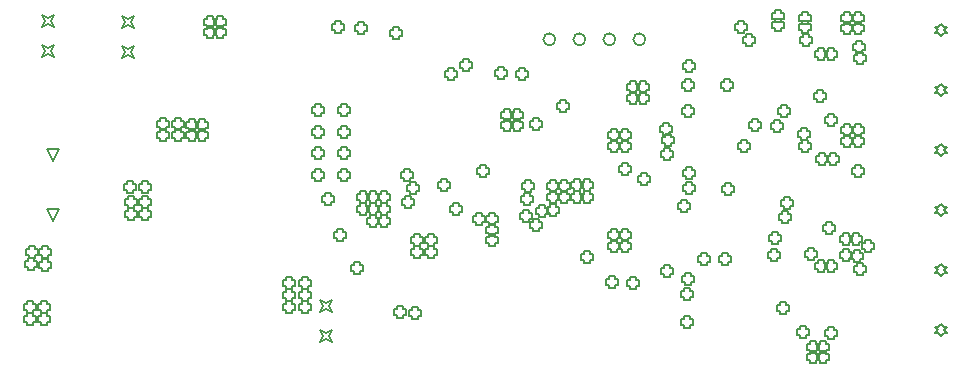
<source format=gbr>
%TF.GenerationSoftware,Altium Limited,Altium Designer,22.5.1 (42)*%
G04 Layer_Color=2752767*
%FSLAX45Y45*%
%MOMM*%
%TF.SameCoordinates,F63A7803-94E7-494B-9888-F8709FA5C5B4*%
%TF.FilePolarity,Positive*%
%TF.FileFunction,Drawing*%
%TF.Part,Single*%
G01*
G75*
%TA.AperFunction,NonConductor*%
%ADD50C,0.12700*%
%ADD85C,0.16933*%
D50*
X508101Y1242301D02*
X457301Y1343901D01*
X558901D01*
X508101Y1242301D01*
Y1750301D02*
X457301Y1851901D01*
X558901D01*
X508101Y1750301D01*
X2767601Y219401D02*
X2793001Y270201D01*
X2767601Y321001D01*
X2818401Y295601D01*
X2869201Y321001D01*
X2843801Y270201D01*
X2869201Y219401D01*
X2818401Y244801D01*
X2767601Y219401D01*
Y473401D02*
X2793001Y524201D01*
X2767601Y575001D01*
X2818401Y549601D01*
X2869201Y575001D01*
X2843801Y524201D01*
X2869201Y473401D01*
X2818401Y498801D01*
X2767601Y473401D01*
X1091440Y2875600D02*
X1116840Y2926400D01*
X1091440Y2977200D01*
X1142240Y2951800D01*
X1193040Y2977200D01*
X1167640Y2926400D01*
X1193040Y2875600D01*
X1142240Y2901000D01*
X1091440Y2875600D01*
X1091441Y2621600D02*
X1116841Y2672400D01*
X1091441Y2723200D01*
X1142241Y2697800D01*
X1193041Y2723200D01*
X1167641Y2672400D01*
X1193041Y2621600D01*
X1142241Y2647000D01*
X1091441Y2621600D01*
X419140Y2887601D02*
X444540Y2938401D01*
X419140Y2989201D01*
X469940Y2963801D01*
X520740Y2989201D01*
X495340Y2938401D01*
X520740Y2887601D01*
X469940Y2913001D01*
X419140Y2887601D01*
X419141Y2633600D02*
X444541Y2684400D01*
X419141Y2735200D01*
X469941Y2709800D01*
X520741Y2735200D01*
X495341Y2684400D01*
X520741Y2633600D01*
X469941Y2659000D01*
X419141Y2633600D01*
X8026501Y264401D02*
X8051901Y289801D01*
X8077301D01*
X8051901Y315201D01*
X8077301Y340601D01*
X8051901D01*
X8026501Y366001D01*
X8001101Y340601D01*
X7975701D01*
X8001101Y315201D01*
X7975701Y289801D01*
X8001101D01*
X8026501Y264401D01*
Y772401D02*
X8051901Y797801D01*
X8077301D01*
X8051901Y823201D01*
X8077301Y848601D01*
X8051901D01*
X8026501Y874001D01*
X8001101Y848601D01*
X7975701D01*
X8001101Y823201D01*
X7975701Y797801D01*
X8001101D01*
X8026501Y772401D01*
Y1280401D02*
X8051901Y1305801D01*
X8077301D01*
X8051901Y1331201D01*
X8077301Y1356601D01*
X8051901D01*
X8026501Y1382001D01*
X8001101Y1356601D01*
X7975701D01*
X8001101Y1331201D01*
X7975701Y1305801D01*
X8001101D01*
X8026501Y1280401D01*
Y1788401D02*
X8051901Y1813801D01*
X8077301D01*
X8051901Y1839201D01*
X8077301Y1864601D01*
X8051901D01*
X8026501Y1890001D01*
X8001101Y1864601D01*
X7975701D01*
X8001101Y1839201D01*
X7975701Y1813801D01*
X8001101D01*
X8026501Y1788401D01*
Y2296401D02*
X8051901Y2321801D01*
X8077301D01*
X8051901Y2347201D01*
X8077301Y2372601D01*
X8051901D01*
X8026501Y2398001D01*
X8001101Y2372601D01*
X7975701D01*
X8001101Y2347201D01*
X7975701Y2321801D01*
X8001101D01*
X8026501Y2296401D01*
Y2804401D02*
X8051901Y2829801D01*
X8077301D01*
X8051901Y2855201D01*
X8077301Y2880601D01*
X8051901D01*
X8026501Y2906001D01*
X8001101Y2880601D01*
X7975701D01*
X8001101Y2855201D01*
X7975701Y2829801D01*
X8001101D01*
X8026501Y2804401D01*
X6202650Y1486550D02*
Y1461150D01*
X6253450D01*
Y1486550D01*
X6278850D01*
Y1537350D01*
X6253450D01*
Y1562750D01*
X6202650D01*
Y1537350D01*
X6177250D01*
Y1486550D01*
X6202650D01*
X4127300Y1636500D02*
Y1611100D01*
X4178100D01*
Y1636500D01*
X4203500D01*
Y1687300D01*
X4178100D01*
Y1712700D01*
X4127300D01*
Y1687300D01*
X4101900D01*
Y1636500D01*
X4127300D01*
X3896500Y1315400D02*
Y1290000D01*
X3947300D01*
Y1315400D01*
X3972700D01*
Y1366200D01*
X3947300D01*
Y1391600D01*
X3896500D01*
Y1366200D01*
X3871100D01*
Y1315400D01*
X3896500D01*
X3797600Y1522000D02*
Y1496600D01*
X3848400D01*
Y1522000D01*
X3873800D01*
Y1572800D01*
X3848400D01*
Y1598200D01*
X3797600D01*
Y1572800D01*
X3772200D01*
Y1522000D01*
X3797600D01*
X4500300Y1399700D02*
Y1374300D01*
X4551100D01*
Y1399700D01*
X4576500D01*
Y1450500D01*
X4551100D01*
Y1475900D01*
X4500300D01*
Y1450500D01*
X4474900D01*
Y1399700D01*
X4500300D01*
X4484550Y1261150D02*
Y1235750D01*
X4535350D01*
Y1261150D01*
X4560750D01*
Y1311950D01*
X4535350D01*
Y1337350D01*
X4484550D01*
Y1311950D01*
X4459150D01*
Y1261150D01*
X4484550D01*
X4628367Y1303712D02*
Y1278312D01*
X4679167D01*
Y1303712D01*
X4704567D01*
Y1354512D01*
X4679167D01*
Y1379912D01*
X4628367D01*
Y1354512D01*
X4602967D01*
Y1303712D01*
X4628367D01*
X4720300Y1306200D02*
Y1280800D01*
X4771100D01*
Y1306200D01*
X4796500D01*
Y1357000D01*
X4771100D01*
Y1382400D01*
X4720300D01*
Y1357000D01*
X4694900D01*
Y1306200D01*
X4720300D01*
X5684200Y795300D02*
Y769900D01*
X5735000D01*
Y795300D01*
X5760400D01*
Y846100D01*
X5735000D01*
Y871500D01*
X5684200D01*
Y846100D01*
X5658800D01*
Y795300D01*
X5684200D01*
X6600500Y1068300D02*
Y1042900D01*
X6651300D01*
Y1068300D01*
X6676700D01*
Y1119100D01*
X6651300D01*
Y1144500D01*
X6600500D01*
Y1119100D01*
X6575100D01*
Y1068300D01*
X6600500D01*
X6591700Y927100D02*
Y901700D01*
X6642500D01*
Y927100D01*
X6667900D01*
Y977900D01*
X6642500D01*
Y1003300D01*
X6591700D01*
Y977900D01*
X6566300D01*
Y927100D01*
X6591700D01*
X5828100Y1342200D02*
Y1316800D01*
X5878900D01*
Y1342200D01*
X5904300D01*
Y1393000D01*
X5878900D01*
Y1418400D01*
X5828100D01*
Y1393000D01*
X5802700D01*
Y1342200D01*
X5828100D01*
X6617000Y2020500D02*
Y1995100D01*
X6667800D01*
Y2020500D01*
X6693200D01*
Y2071300D01*
X6667800D01*
Y2096700D01*
X6617000D01*
Y2071300D01*
X6591600D01*
Y2020500D01*
X6617000D01*
X6312400Y2856400D02*
Y2831000D01*
X6363200D01*
Y2856400D01*
X6388600D01*
Y2907200D01*
X6363200D01*
Y2932600D01*
X6312400D01*
Y2907200D01*
X6287000D01*
Y2856400D01*
X6312400D01*
X6376901Y2747101D02*
Y2721701D01*
X6427701D01*
Y2747101D01*
X6453101D01*
Y2797901D01*
X6427701D01*
Y2823301D01*
X6376901D01*
Y2797901D01*
X6351501D01*
Y2747101D01*
X6376901D01*
X6625200Y2874800D02*
Y2849400D01*
X6676000D01*
Y2874800D01*
X6701400D01*
Y2925600D01*
X6676000D01*
Y2951000D01*
X6625200D01*
Y2925600D01*
X6599800D01*
Y2874800D01*
X6625200D01*
X6861700Y2745300D02*
Y2719900D01*
X6912500D01*
Y2745300D01*
X6937900D01*
Y2796100D01*
X6912500D01*
Y2821500D01*
X6861700D01*
Y2796100D01*
X6836300D01*
Y2745300D01*
X6861700D01*
X5679400Y1786800D02*
Y1761400D01*
X5730200D01*
Y1786800D01*
X5755600D01*
Y1837600D01*
X5730200D01*
Y1863000D01*
X5679400D01*
Y1837600D01*
X5654000D01*
Y1786800D01*
X5679400D01*
X6173800Y896300D02*
Y870900D01*
X6224600D01*
Y896300D01*
X6250000D01*
Y947100D01*
X6224600D01*
Y972500D01*
X6173800D01*
Y947100D01*
X6148400D01*
Y896300D01*
X6173800D01*
X5994900Y898400D02*
Y873000D01*
X6045700D01*
Y898400D01*
X6071100D01*
Y949200D01*
X6045700D01*
Y974600D01*
X5994900D01*
Y949200D01*
X5969500D01*
Y898400D01*
X5994900D01*
X6903300Y934000D02*
Y908600D01*
X6954100D01*
Y934000D01*
X6979500D01*
Y984800D01*
X6954100D01*
Y1010200D01*
X6903300D01*
Y984800D01*
X6877900D01*
Y934000D01*
X6903300D01*
X7196200Y925100D02*
Y899700D01*
X7247000D01*
Y925100D01*
X7272400D01*
Y975900D01*
X7247000D01*
Y1001300D01*
X7196200D01*
Y975900D01*
X7170800D01*
Y925100D01*
X7196200D01*
X7288300Y921200D02*
Y895800D01*
X7339100D01*
Y921200D01*
X7364500D01*
Y972000D01*
X7339100D01*
Y997400D01*
X7288300D01*
Y972000D01*
X7262900D01*
Y921200D01*
X7288300D01*
X7383300Y1005200D02*
Y979800D01*
X7434100D01*
Y1005200D01*
X7459500D01*
Y1056000D01*
X7434100D01*
Y1081400D01*
X7383300D01*
Y1056000D01*
X7357900D01*
Y1005200D01*
X7383300D01*
X7285475Y1059500D02*
Y1034100D01*
X7336275D01*
Y1059500D01*
X7361675D01*
Y1110300D01*
X7336275D01*
Y1135700D01*
X7285475D01*
Y1110300D01*
X7260075D01*
Y1059500D01*
X7285475D01*
X6337401Y1851901D02*
Y1826501D01*
X6388201D01*
Y1851901D01*
X6413601D01*
Y1902701D01*
X6388201D01*
Y1928101D01*
X6337401D01*
Y1902701D01*
X6312001D01*
Y1851901D01*
X6337401D01*
X5687800Y1898800D02*
Y1873400D01*
X5738600D01*
Y1898800D01*
X5764000D01*
Y1949600D01*
X5738600D01*
Y1975000D01*
X5687800D01*
Y1949600D01*
X5662400D01*
Y1898800D01*
X5687800D01*
X3568901Y1057901D02*
Y1032501D01*
X3619701D01*
Y1057901D01*
X3645101D01*
Y1108701D01*
X3619701D01*
Y1134101D01*
X3568901D01*
Y1108701D01*
X3543501D01*
Y1057901D01*
X3568901D01*
X3683201D02*
Y1032501D01*
X3734001D01*
Y1057901D01*
X3759401D01*
Y1108701D01*
X3734001D01*
Y1134101D01*
X3683201D01*
Y1108701D01*
X3657801D01*
Y1057901D01*
X3683201D01*
X3683200Y955000D02*
Y929600D01*
X3734000D01*
Y955000D01*
X3759400D01*
Y1005800D01*
X3734000D01*
Y1031200D01*
X3683200D01*
Y1005800D01*
X3657800D01*
Y955000D01*
X3683200D01*
X3564801Y957701D02*
Y932301D01*
X3615601D01*
Y957701D01*
X3641001D01*
Y1008501D01*
X3615601D01*
Y1033901D01*
X3564801D01*
Y1008501D01*
X3539401D01*
Y957701D01*
X3564801D01*
X1145701Y1379301D02*
Y1353901D01*
X1196501D01*
Y1379301D01*
X1221901D01*
Y1430101D01*
X1196501D01*
Y1455501D01*
X1145701D01*
Y1430101D01*
X1120301D01*
Y1379301D01*
X1145701D01*
X1260001D02*
Y1353901D01*
X1310801D01*
Y1379301D01*
X1336201D01*
Y1430101D01*
X1310801D01*
Y1455501D01*
X1260001D01*
Y1430101D01*
X1234601D01*
Y1379301D01*
X1260001D01*
X1260000Y1276400D02*
Y1251000D01*
X1310800D01*
Y1276400D01*
X1336200D01*
Y1327200D01*
X1310800D01*
Y1352600D01*
X1260000D01*
Y1327200D01*
X1234600D01*
Y1276400D01*
X1260000D01*
X1141600Y1279101D02*
Y1253701D01*
X1192400D01*
Y1279101D01*
X1217800D01*
Y1329901D01*
X1192400D01*
Y1355301D01*
X1141600D01*
Y1329901D01*
X1116200D01*
Y1279101D01*
X1141600D01*
X302701Y949401D02*
Y924001D01*
X353501D01*
Y949401D01*
X378901D01*
Y1000201D01*
X353501D01*
Y1025601D01*
X302701D01*
Y1000201D01*
X277301D01*
Y949401D01*
X302701D01*
X417001D02*
Y924001D01*
X467801D01*
Y949401D01*
X493201D01*
Y1000201D01*
X467801D01*
Y1025601D01*
X417001D01*
Y1000201D01*
X391601D01*
Y949401D01*
X417001D01*
X417000Y846500D02*
Y821100D01*
X467800D01*
Y846500D01*
X493200D01*
Y897300D01*
X467800D01*
Y922700D01*
X417000D01*
Y897300D01*
X391600D01*
Y846500D01*
X417000D01*
X298601Y849201D02*
Y823801D01*
X349401D01*
Y849201D01*
X374801D01*
Y900001D01*
X349401D01*
Y925401D01*
X298601D01*
Y900001D01*
X273201D01*
Y849201D01*
X298601D01*
X288101Y387001D02*
Y361601D01*
X338901D01*
Y387001D01*
X364301D01*
Y437801D01*
X338901D01*
Y463201D01*
X288101D01*
Y437801D01*
X262701D01*
Y387001D01*
X288101D01*
X406500Y384300D02*
Y358900D01*
X457300D01*
Y384300D01*
X482700D01*
Y435100D01*
X457300D01*
Y460500D01*
X406500D01*
Y435100D01*
X381100D01*
Y384300D01*
X406500D01*
X1418401Y2039401D02*
Y2014001D01*
X1469201D01*
Y2039401D01*
X1494601D01*
Y2090201D01*
X1469201D01*
Y2115601D01*
X1418401D01*
Y2090201D01*
X1393001D01*
Y2039401D01*
X1418401D01*
X1545401D02*
Y2014001D01*
X1596201D01*
Y2039401D01*
X1621601D01*
Y2090201D01*
X1596201D01*
Y2115601D01*
X1545401D01*
Y2090201D01*
X1520001D01*
Y2039401D01*
X1545401D01*
X1748575Y2030532D02*
Y2005132D01*
X1799375D01*
Y2030532D01*
X1824775D01*
Y2081332D01*
X1799375D01*
Y2106732D01*
X1748575D01*
Y2081332D01*
X1723175D01*
Y2030532D01*
X1748575D01*
X1659675D02*
Y2005132D01*
X1710475D01*
Y2030532D01*
X1735875D01*
Y2081332D01*
X1710475D01*
Y2106732D01*
X1659675D01*
Y2081332D01*
X1634275D01*
Y2030532D01*
X1659675D01*
X1748575Y1941632D02*
Y1916232D01*
X1799375D01*
Y1941632D01*
X1824775D01*
Y1992432D01*
X1799375D01*
Y2017832D01*
X1748575D01*
Y1992432D01*
X1723175D01*
Y1941632D01*
X1748575D01*
X1659675D02*
Y1916232D01*
X1710475D01*
Y1941632D01*
X1735875D01*
Y1992432D01*
X1710475D01*
Y2017832D01*
X1659675D01*
Y1992432D01*
X1634275D01*
Y1941632D01*
X1659675D01*
X1900375Y2904532D02*
Y2879132D01*
X1951175D01*
Y2904532D01*
X1976575D01*
Y2955332D01*
X1951175D01*
Y2980732D01*
X1900375D01*
Y2955332D01*
X1874975D01*
Y2904532D01*
X1900375D01*
X1811475D02*
Y2879132D01*
X1862275D01*
Y2904532D01*
X1887675D01*
Y2955332D01*
X1862275D01*
Y2980732D01*
X1811475D01*
Y2955332D01*
X1786075D01*
Y2904532D01*
X1811475D01*
X1900375Y2815632D02*
Y2790232D01*
X1951175D01*
Y2815632D01*
X1976575D01*
Y2866432D01*
X1951175D01*
Y2891832D01*
X1900375D01*
Y2866432D01*
X1874975D01*
Y2815632D01*
X1900375D01*
X1811475D02*
Y2790232D01*
X1862275D01*
Y2815632D01*
X1887675D01*
Y2866432D01*
X1862275D01*
Y2891832D01*
X1811475D01*
Y2866432D01*
X1786075D01*
Y2815632D01*
X1811475D01*
X7297375Y2937132D02*
Y2911732D01*
X7348175D01*
Y2937132D01*
X7373575D01*
Y2987932D01*
X7348175D01*
Y3013332D01*
X7297375D01*
Y2987932D01*
X7271975D01*
Y2937132D01*
X7297375D01*
X7208475D02*
Y2911732D01*
X7259275D01*
Y2937132D01*
X7284675D01*
Y2987932D01*
X7259275D01*
Y3013332D01*
X7208475D01*
Y2987932D01*
X7183075D01*
Y2937132D01*
X7208475D01*
X7297375Y2848232D02*
Y2822832D01*
X7348175D01*
Y2848232D01*
X7373575D01*
Y2899032D01*
X7348175D01*
Y2924432D01*
X7297375D01*
Y2899032D01*
X7271975D01*
Y2848232D01*
X7297375D01*
X7208475D02*
Y2822832D01*
X7259275D01*
Y2848232D01*
X7284675D01*
Y2899032D01*
X7259275D01*
Y2924432D01*
X7208475D01*
Y2899032D01*
X7183075D01*
Y2848232D01*
X7208475D01*
X7298075Y1986432D02*
Y1961032D01*
X7348875D01*
Y1986432D01*
X7374275D01*
Y2037232D01*
X7348875D01*
Y2062632D01*
X7298075D01*
Y2037232D01*
X7272675D01*
Y1986432D01*
X7298075D01*
X7209175D02*
Y1961032D01*
X7259975D01*
Y1986432D01*
X7285375D01*
Y2037232D01*
X7259975D01*
Y2062632D01*
X7209175D01*
Y2037232D01*
X7183775D01*
Y1986432D01*
X7209175D01*
X7298075Y1897532D02*
Y1872132D01*
X7348875D01*
Y1897532D01*
X7374275D01*
Y1948332D01*
X7348875D01*
Y1973732D01*
X7298075D01*
Y1948332D01*
X7272675D01*
Y1897532D01*
X7298075D01*
X7209175D02*
Y1872132D01*
X7259975D01*
Y1897532D01*
X7285375D01*
Y1948332D01*
X7259975D01*
Y1973732D01*
X7209175D01*
Y1948332D01*
X7183775D01*
Y1897532D01*
X7209175D01*
X7193800Y1063300D02*
Y1037900D01*
X7244600D01*
Y1063300D01*
X7270000D01*
Y1114100D01*
X7244600D01*
Y1139500D01*
X7193800D01*
Y1114100D01*
X7168400D01*
Y1063300D01*
X7193800D01*
X7004175Y150432D02*
Y125032D01*
X7054975D01*
Y150432D01*
X7080375D01*
Y201232D01*
X7054975D01*
Y226632D01*
X7004175D01*
Y201232D01*
X6978775D01*
Y150432D01*
X7004175D01*
X6915275D02*
Y125032D01*
X6966075D01*
Y150432D01*
X6991475D01*
Y201232D01*
X6966075D01*
Y226632D01*
X6915275D01*
Y201232D01*
X6889875D01*
Y150432D01*
X6915275D01*
X7004175Y61532D02*
Y36132D01*
X7054975D01*
Y61532D01*
X7080375D01*
Y112332D01*
X7054975D01*
Y137732D01*
X7004175D01*
Y112332D01*
X6978775D01*
Y61532D01*
X7004175D01*
X6915275D02*
Y36132D01*
X6966075D01*
Y61532D01*
X6991475D01*
Y112332D01*
X6966075D01*
Y137732D01*
X6915275D01*
Y112332D01*
X6889875D01*
Y61532D01*
X6915275D01*
X5481975Y2346632D02*
Y2321232D01*
X5532775D01*
Y2346632D01*
X5558175D01*
Y2397432D01*
X5532775D01*
Y2422832D01*
X5481975D01*
Y2397432D01*
X5456575D01*
Y2346632D01*
X5481975D01*
X5393075D02*
Y2321232D01*
X5443875D01*
Y2346632D01*
X5469275D01*
Y2397432D01*
X5443875D01*
Y2422832D01*
X5393075D01*
Y2397432D01*
X5367675D01*
Y2346632D01*
X5393075D01*
X5481975Y2257732D02*
Y2232332D01*
X5532775D01*
Y2257732D01*
X5558175D01*
Y2308532D01*
X5532775D01*
Y2333932D01*
X5481975D01*
Y2308532D01*
X5456575D01*
Y2257732D01*
X5481975D01*
X5393075D02*
Y2232332D01*
X5443875D01*
Y2257732D01*
X5469275D01*
Y2308532D01*
X5443875D01*
Y2333932D01*
X5393075D01*
Y2308532D01*
X5367675D01*
Y2257732D01*
X5393075D01*
X4809475Y1511832D02*
Y1486432D01*
X4860275D01*
Y1511832D01*
X4885675D01*
Y1562632D01*
X4860275D01*
Y1588032D01*
X4809475D01*
Y1562632D01*
X4784075D01*
Y1511832D01*
X4809475D01*
X4720575D02*
Y1486432D01*
X4771375D01*
Y1511832D01*
X4796775D01*
Y1562632D01*
X4771375D01*
Y1588032D01*
X4720575D01*
Y1562632D01*
X4695175D01*
Y1511832D01*
X4720575D01*
X4809475Y1422932D02*
Y1397532D01*
X4860275D01*
Y1422932D01*
X4885675D01*
Y1473732D01*
X4860275D01*
Y1499132D01*
X4809475D01*
Y1473732D01*
X4784075D01*
Y1422932D01*
X4809475D01*
X4720575D02*
Y1397532D01*
X4771375D01*
Y1422932D01*
X4796775D01*
Y1473732D01*
X4771375D01*
Y1499132D01*
X4720575D01*
Y1473732D01*
X4695175D01*
Y1422932D01*
X4720575D01*
X4505300Y1510000D02*
Y1484600D01*
X4556100D01*
Y1510000D01*
X4581500D01*
Y1560800D01*
X4556100D01*
Y1586200D01*
X4505300D01*
Y1560800D01*
X4479900D01*
Y1510000D01*
X4505300D01*
X2813000Y1400800D02*
Y1375400D01*
X2863800D01*
Y1400800D01*
X2889200D01*
Y1451600D01*
X2863800D01*
Y1477000D01*
X2813000D01*
Y1451600D01*
X2787600D01*
Y1400800D01*
X2813000D01*
X2911300Y1099600D02*
Y1074200D01*
X2962100D01*
Y1099600D01*
X2987500D01*
Y1150400D01*
X2962100D01*
Y1175800D01*
X2911300D01*
Y1150400D01*
X2885900D01*
Y1099600D01*
X2911300D01*
X3531400Y1493900D02*
Y1468500D01*
X3582200D01*
Y1493900D01*
X3607600D01*
Y1544700D01*
X3582200D01*
Y1570100D01*
X3531400D01*
Y1544700D01*
X3506000D01*
Y1493900D01*
X3531400D01*
X5860700Y2364300D02*
Y2338900D01*
X5911500D01*
Y2364300D01*
X5936900D01*
Y2415100D01*
X5911500D01*
Y2440500D01*
X5860700D01*
Y2415100D01*
X5835300D01*
Y2364300D01*
X5860700D01*
X3054800Y816800D02*
Y791400D01*
X3105600D01*
Y816800D01*
X3131000D01*
Y867600D01*
X3105600D01*
Y893000D01*
X3054800D01*
Y867600D01*
X3029400D01*
Y816800D01*
X3054800D01*
X4800300Y2193600D02*
Y2168200D01*
X4851100D01*
Y2193600D01*
X4876500D01*
Y2244400D01*
X4851100D01*
Y2269800D01*
X4800300D01*
Y2244400D01*
X4774900D01*
Y2193600D01*
X4800300D01*
X5673300Y1996300D02*
Y1970900D01*
X5724100D01*
Y1996300D01*
X5749500D01*
Y2047100D01*
X5724100D01*
Y2072500D01*
X5673300D01*
Y2047100D01*
X5647900D01*
Y1996300D01*
X5673300D01*
X3852400Y2460200D02*
Y2434800D01*
X3903200D01*
Y2460200D01*
X3928600D01*
Y2511000D01*
X3903200D01*
Y2536400D01*
X3852400D01*
Y2511000D01*
X3827000D01*
Y2460200D01*
X3852400D01*
X3385300Y2812000D02*
Y2786600D01*
X3436100D01*
Y2812000D01*
X3461500D01*
Y2862800D01*
X3436100D01*
Y2888200D01*
X3385300D01*
Y2862800D01*
X3359900D01*
Y2812000D01*
X3385300D01*
X3977000Y2536400D02*
Y2511000D01*
X4027800D01*
Y2536400D01*
X4053200D01*
Y2587200D01*
X4027800D01*
Y2612600D01*
X3977000D01*
Y2587200D01*
X3951600D01*
Y2536400D01*
X3977000D01*
X4451300Y2456600D02*
Y2431200D01*
X4502100D01*
Y2456600D01*
X4527500D01*
Y2507400D01*
X4502100D01*
Y2532800D01*
X4451300D01*
Y2507400D01*
X4425900D01*
Y2456600D01*
X4451300D01*
X4279700Y2466200D02*
Y2440800D01*
X4330500D01*
Y2466200D01*
X4355900D01*
Y2517000D01*
X4330500D01*
Y2542400D01*
X4279700D01*
Y2517000D01*
X4254300D01*
Y2466200D01*
X4279700D01*
X4571200Y2039500D02*
Y2014100D01*
X4622000D01*
Y2039500D01*
X4647400D01*
Y2090300D01*
X4622000D01*
Y2115700D01*
X4571200D01*
Y2090300D01*
X4545800D01*
Y2039500D01*
X4571200D01*
X5325700Y1659200D02*
Y1633800D01*
X5376500D01*
Y1659200D01*
X5401900D01*
Y1710000D01*
X5376500D01*
Y1735400D01*
X5325700D01*
Y1710000D01*
X5300300D01*
Y1659200D01*
X5325700D01*
X3551001Y441201D02*
Y415801D01*
X3601801D01*
Y441201D01*
X3627201D01*
Y492001D01*
X3601801D01*
Y517401D01*
X3551001D01*
Y492001D01*
X3525601D01*
Y441201D01*
X3551001D01*
X3094301Y2848701D02*
Y2823301D01*
X3145101D01*
Y2848701D01*
X3170501D01*
Y2899501D01*
X3145101D01*
Y2924901D01*
X3094301D01*
Y2899501D01*
X3068901D01*
Y2848701D01*
X3094301D01*
X2894200Y2855501D02*
Y2830101D01*
X2945000D01*
Y2855501D01*
X2970400D01*
Y2906301D01*
X2945000D01*
Y2931701D01*
X2894200D01*
Y2906301D01*
X2868800D01*
Y2855501D01*
X2894200D01*
X3424501Y442601D02*
Y417201D01*
X3475301D01*
Y442601D01*
X3500701D01*
Y493401D01*
X3475301D01*
Y518801D01*
X3424501D01*
Y493401D01*
X3399101D01*
Y442601D01*
X3424501D01*
X3108899Y1316951D02*
Y1291551D01*
X3159699D01*
Y1316951D01*
X3185099D01*
Y1367751D01*
X3159699D01*
Y1393151D01*
X3108899D01*
Y1367751D01*
X3083499D01*
Y1316951D01*
X3108899D01*
X3108899Y1417601D02*
Y1392201D01*
X3159699D01*
Y1417601D01*
X3185099D01*
Y1468401D01*
X3159699D01*
Y1493801D01*
X3108899D01*
Y1468401D01*
X3083499D01*
Y1417601D01*
X3108899D01*
X3193874Y1216273D02*
Y1190873D01*
X3244674D01*
Y1216273D01*
X3270074D01*
Y1267073D01*
X3244674D01*
Y1292473D01*
X3193874D01*
Y1267073D01*
X3168474D01*
Y1216273D01*
X3193874D01*
X3282773D02*
Y1190873D01*
X3333573D01*
Y1216273D01*
X3358973D01*
Y1267073D01*
X3333573D01*
Y1292473D01*
X3282773D01*
Y1267073D01*
X3257373D01*
Y1216273D01*
X3282773D01*
X3197474Y1417573D02*
Y1392173D01*
X3248274D01*
Y1417573D01*
X3273674D01*
Y1468373D01*
X3248274D01*
Y1493773D01*
X3197474D01*
Y1468373D01*
X3172074D01*
Y1417573D01*
X3197474D01*
X3286373D02*
Y1392173D01*
X3337173D01*
Y1417573D01*
X3362573D01*
Y1468373D01*
X3337173D01*
Y1493773D01*
X3286373D01*
Y1468373D01*
X3260973D01*
Y1417573D01*
X3286373D01*
X3197473Y1316923D02*
Y1291523D01*
X3248273D01*
Y1316923D01*
X3273673D01*
Y1367723D01*
X3248273D01*
Y1393123D01*
X3197473D01*
Y1367723D01*
X3172073D01*
Y1316923D01*
X3197473D01*
X3286373D02*
Y1291523D01*
X3337173D01*
Y1316923D01*
X3362573D01*
Y1367723D01*
X3337173D01*
Y1393123D01*
X3286373D01*
Y1367723D01*
X3260973D01*
Y1316923D01*
X3286373D01*
X4325275Y2027732D02*
Y2002332D01*
X4376075D01*
Y2027732D01*
X4401475D01*
Y2078532D01*
X4376075D01*
Y2103932D01*
X4325275D01*
Y2078532D01*
X4299875D01*
Y2027732D01*
X4325275D01*
X4414175D02*
Y2002332D01*
X4464975D01*
Y2027732D01*
X4490375D01*
Y2078532D01*
X4464975D01*
Y2103932D01*
X4414175D01*
Y2078532D01*
X4388775D01*
Y2027732D01*
X4414175D01*
X4325275Y2116632D02*
Y2091232D01*
X4376075D01*
Y2116632D01*
X4401475D01*
Y2167432D01*
X4376075D01*
Y2192832D01*
X4325275D01*
Y2167432D01*
X4299875D01*
Y2116632D01*
X4325275D01*
X4414175D02*
Y2091232D01*
X4464975D01*
Y2116632D01*
X4490375D01*
Y2167432D01*
X4464975D01*
Y2192832D01*
X4414175D01*
Y2167432D01*
X4388775D01*
Y2116632D01*
X4414175D01*
X5862501Y728601D02*
Y703201D01*
X5913301D01*
Y728601D01*
X5938701D01*
Y779401D01*
X5913301D01*
Y804801D01*
X5862501D01*
Y779401D01*
X5837101D01*
Y728601D01*
X5862501D01*
X7298601Y1639701D02*
Y1614301D01*
X7349401D01*
Y1639701D01*
X7374801D01*
Y1690501D01*
X7349401D01*
Y1715901D01*
X7298601D01*
Y1690501D01*
X7273201D01*
Y1639701D01*
X7298601D01*
X6699301Y1370301D02*
Y1344901D01*
X6750101D01*
Y1370301D01*
X6775501D01*
Y1421101D01*
X6750101D01*
Y1446501D01*
X6699301D01*
Y1421101D01*
X6673901D01*
Y1370301D01*
X6699301D01*
X4575279Y1180622D02*
Y1155222D01*
X4626079D01*
Y1180622D01*
X4651479D01*
Y1231422D01*
X4626079D01*
Y1256822D01*
X4575279D01*
Y1231422D01*
X4549879D01*
Y1180622D01*
X4575279D01*
X6839301Y1950001D02*
Y1924601D01*
X6890101D01*
Y1950001D01*
X6915501D01*
Y2000801D01*
X6890101D01*
Y2026201D01*
X6839301D01*
Y2000801D01*
X6813901D01*
Y1950001D01*
X6839301D01*
X5486301Y1570101D02*
Y1544701D01*
X5537101D01*
Y1570101D01*
X5562501D01*
Y1620901D01*
X5537101D01*
Y1646301D01*
X5486301D01*
Y1620901D01*
X5460901D01*
Y1570101D01*
X5486301D01*
X6976401Y2273601D02*
Y2248201D01*
X7027201D01*
Y2273601D01*
X7052601D01*
Y2324401D01*
X7027201D01*
Y2349801D01*
X6976401D01*
Y2324401D01*
X6951001D01*
Y2273601D01*
X6976401D01*
X6853501Y2857601D02*
Y2832201D01*
X6904301D01*
Y2857601D01*
X6929701D01*
Y2908401D01*
X6904301D01*
Y2933801D01*
X6853501D01*
Y2908401D01*
X6828101D01*
Y2857601D01*
X6853501D01*
X6189701Y2364001D02*
Y2338601D01*
X6240501D01*
Y2364001D01*
X6265901D01*
Y2414801D01*
X6240501D01*
Y2440201D01*
X6189701D01*
Y2414801D01*
X6164301D01*
Y2364001D01*
X6189701D01*
X5862124Y2148101D02*
Y2122701D01*
X5912924D01*
Y2148101D01*
X5938324D01*
Y2198901D01*
X5912924D01*
Y2224301D01*
X5862124D01*
Y2198901D01*
X5836724D01*
Y2148101D01*
X5862124D01*
X4198294Y1051567D02*
Y1026167D01*
X4249094D01*
Y1051567D01*
X4274494D01*
Y1102367D01*
X4249094D01*
Y1127767D01*
X4198294D01*
Y1102367D01*
X4172894D01*
Y1051567D01*
X4198294D01*
X4198295Y1140467D02*
Y1115067D01*
X4249095D01*
Y1140467D01*
X4274495D01*
Y1191267D01*
X4249095D01*
Y1216667D01*
X4198295D01*
Y1191267D01*
X4172895D01*
Y1140467D01*
X4198295D01*
X4199101Y1234001D02*
Y1208601D01*
X4249901D01*
Y1234001D01*
X4275301D01*
Y1284801D01*
X4249901D01*
Y1310201D01*
X4199101D01*
Y1284801D01*
X4173701D01*
Y1234001D01*
X4199101D01*
X4092930Y1236011D02*
Y1210611D01*
X4143730D01*
Y1236011D01*
X4169130D01*
Y1286811D01*
X4143730D01*
Y1312211D01*
X4092930D01*
Y1286811D01*
X4067530D01*
Y1236011D01*
X4092930D01*
X5003901Y1420101D02*
Y1394701D01*
X5054701D01*
Y1420101D01*
X5080101D01*
Y1470901D01*
X5054701D01*
Y1496301D01*
X5003901D01*
Y1470901D01*
X4978501D01*
Y1420101D01*
X5003901D01*
X5323174Y1006573D02*
Y981173D01*
X5373974D01*
Y1006573D01*
X5399374D01*
Y1057373D01*
X5373974D01*
Y1082773D01*
X5323174D01*
Y1057373D01*
X5297774D01*
Y1006573D01*
X5323174D01*
X5234274D02*
Y981173D01*
X5285074D01*
Y1006573D01*
X5310474D01*
Y1057373D01*
X5285074D01*
Y1082773D01*
X5234274D01*
Y1057373D01*
X5208874D01*
Y1006573D01*
X5234274D01*
X5323174Y1095473D02*
Y1070073D01*
X5373974D01*
Y1095473D01*
X5399374D01*
Y1146273D01*
X5373974D01*
Y1171673D01*
X5323174D01*
Y1146273D01*
X5297774D01*
Y1095473D01*
X5323174D01*
X5234274D02*
Y1070073D01*
X5285074D01*
Y1095473D01*
X5310474D01*
Y1146273D01*
X5285074D01*
Y1171673D01*
X5234274D01*
Y1146273D01*
X5208874D01*
Y1095473D01*
X5234274D01*
X5234474Y1942873D02*
Y1917473D01*
X5285274D01*
Y1942873D01*
X5310674D01*
Y1993673D01*
X5285274D01*
Y2019073D01*
X5234474D01*
Y1993673D01*
X5209074D01*
Y1942873D01*
X5234474D01*
X5323374D02*
Y1917473D01*
X5374174D01*
Y1942873D01*
X5399574D01*
Y1993673D01*
X5374174D01*
Y2019073D01*
X5323374D01*
Y1993673D01*
X5297974D01*
Y1942873D01*
X5323374D01*
X5234474Y1853973D02*
Y1828573D01*
X5285274D01*
Y1853973D01*
X5310674D01*
Y1904773D01*
X5285274D01*
Y1930173D01*
X5234474D01*
Y1904773D01*
X5209074D01*
Y1853973D01*
X5234474D01*
X5323374D02*
Y1828573D01*
X5374174D01*
Y1853973D01*
X5399574D01*
Y1904773D01*
X5374174D01*
Y1930173D01*
X5323374D01*
Y1904773D01*
X5297974D01*
Y1853973D01*
X5323374D01*
X6426301Y2029701D02*
Y2004301D01*
X6477101D01*
Y2029701D01*
X6502501D01*
Y2080501D01*
X6477101D01*
Y2105901D01*
X6426301D01*
Y2080501D01*
X6400901D01*
Y2029701D01*
X6426301D01*
X5871601Y1493301D02*
Y1467901D01*
X5922401D01*
Y1493301D01*
X5947801D01*
Y1544101D01*
X5922401D01*
Y1569501D01*
X5871601D01*
Y1544101D01*
X5846201D01*
Y1493301D01*
X5871601D01*
X6849400Y1849800D02*
Y1824400D01*
X6900200D01*
Y1849800D01*
X6925600D01*
Y1900600D01*
X6900200D01*
Y1926000D01*
X6849400D01*
Y1900600D01*
X6824000D01*
Y1849800D01*
X6849400D01*
X7311600Y2686000D02*
Y2660600D01*
X7362400D01*
Y2686000D01*
X7387800D01*
Y2736800D01*
X7362400D01*
Y2762200D01*
X7311600D01*
Y2736800D01*
X7286200D01*
Y2686000D01*
X7311600D01*
X6854300Y2934900D02*
Y2909500D01*
X6905100D01*
Y2934900D01*
X6930500D01*
Y2985700D01*
X6905100D01*
Y3011100D01*
X6854300D01*
Y2985700D01*
X6828900D01*
Y2934900D01*
X6854300D01*
X6618400Y2954400D02*
Y2929000D01*
X6669200D01*
Y2954400D01*
X6694600D01*
Y3005200D01*
X6669200D01*
Y3030600D01*
X6618400D01*
Y3005200D01*
X6593000D01*
Y2954400D01*
X6618400D01*
X5003901Y912101D02*
Y886701D01*
X5054701D01*
Y912101D01*
X5080101D01*
Y962901D01*
X5054701D01*
Y988301D01*
X5003901D01*
Y962901D01*
X4978501D01*
Y912101D01*
X5003901D01*
X5869301Y1625901D02*
Y1600501D01*
X5920101D01*
Y1625901D01*
X5945501D01*
Y1676701D01*
X5920101D01*
Y1702101D01*
X5869301D01*
Y1676701D01*
X5843901D01*
Y1625901D01*
X5869301D01*
X7315301Y810501D02*
Y785101D01*
X7366101D01*
Y810501D01*
X7391501D01*
Y861301D01*
X7366101D01*
Y886701D01*
X7315301D01*
Y861301D01*
X7289901D01*
Y810501D01*
X7315301D01*
X6985101Y835901D02*
Y810501D01*
X7035901D01*
Y835901D01*
X7061301D01*
Y886701D01*
X7035901D01*
Y912101D01*
X6985101D01*
Y886701D01*
X6959701D01*
Y835901D01*
X6985101D01*
X7074001D02*
Y810501D01*
X7124801D01*
Y835901D01*
X7150201D01*
Y886701D01*
X7124801D01*
Y912101D01*
X7074001D01*
Y886701D01*
X7048601D01*
Y835901D01*
X7074001D01*
X6993900Y1739800D02*
Y1714400D01*
X7044700D01*
Y1739800D01*
X7070100D01*
Y1790600D01*
X7044700D01*
Y1816000D01*
X6993900D01*
Y1790600D01*
X6968500D01*
Y1739800D01*
X6993900D01*
X7090100D02*
Y1714400D01*
X7140900D01*
Y1739800D01*
X7166300D01*
Y1790600D01*
X7140900D01*
Y1816000D01*
X7090100D01*
Y1790600D01*
X7064700D01*
Y1739800D01*
X7090100D01*
X7074001Y2626601D02*
Y2601201D01*
X7124801D01*
Y2626601D01*
X7150201D01*
Y2677401D01*
X7124801D01*
Y2702801D01*
X7074001D01*
Y2677401D01*
X7048601D01*
Y2626601D01*
X7074001D01*
X6985101D02*
Y2601201D01*
X7035901D01*
Y2626601D01*
X7061301D01*
Y2677401D01*
X7035901D01*
Y2702801D01*
X6985101D01*
Y2677401D01*
X6959701D01*
Y2626601D01*
X6985101D01*
X2618701Y692501D02*
Y667101D01*
X2669501D01*
Y692501D01*
X2694901D01*
Y743301D01*
X2669501D01*
Y768701D01*
X2618701D01*
Y743301D01*
X2593301D01*
Y692501D01*
X2618701D01*
X2479001D02*
Y667101D01*
X2529801D01*
Y692501D01*
X2555201D01*
Y743301D01*
X2529801D01*
Y768701D01*
X2479001D01*
Y743301D01*
X2453601D01*
Y692501D01*
X2479001D01*
Y489301D02*
Y463901D01*
X2529801D01*
Y489301D01*
X2555201D01*
Y540101D01*
X2529801D01*
Y565501D01*
X2479001D01*
Y540101D01*
X2453601D01*
Y489301D01*
X2479001D01*
Y590901D02*
Y565501D01*
X2529801D01*
Y590901D01*
X2555201D01*
Y641701D01*
X2529801D01*
Y667101D01*
X2479001D01*
Y641701D01*
X2453601D01*
Y590901D01*
X2479001D01*
X2618701Y489301D02*
Y463901D01*
X2669501D01*
Y489301D01*
X2694901D01*
Y540101D01*
X2669501D01*
Y565501D01*
X2618701D01*
Y540101D01*
X2593301D01*
Y489301D01*
X2618701D01*
Y590901D02*
Y565501D01*
X2669501D01*
Y590901D01*
X2694901D01*
Y641701D01*
X2669501D01*
Y667101D01*
X2618701D01*
Y641701D01*
X2593301D01*
Y590901D01*
X2618701D01*
X5850700Y363601D02*
Y338201D01*
X5901500D01*
Y363601D01*
X5926900D01*
Y414401D01*
X5901500D01*
Y439801D01*
X5850700D01*
Y414401D01*
X5825300D01*
Y363601D01*
X5850700D01*
X5854300Y594701D02*
Y569301D01*
X5905100D01*
Y594701D01*
X5930500D01*
Y645501D01*
X5905100D01*
Y670901D01*
X5854300D01*
Y645501D01*
X5828900D01*
Y594701D01*
X5854300D01*
X5865425Y2526001D02*
Y2500601D01*
X5916225D01*
Y2526001D01*
X5941625D01*
Y2576801D01*
X5916225D01*
Y2602201D01*
X5865425D01*
Y2576801D01*
X5840025D01*
Y2526001D01*
X5865425D01*
X406501Y487201D02*
Y461801D01*
X457301D01*
Y487201D01*
X482701D01*
Y538001D01*
X457301D01*
Y563401D01*
X406501D01*
Y538001D01*
X381101D01*
Y487201D01*
X406501D01*
X4920300Y1418701D02*
Y1393301D01*
X4971100D01*
Y1418701D01*
X4996500D01*
Y1469501D01*
X4971100D01*
Y1494901D01*
X4920300D01*
Y1469501D01*
X4894900D01*
Y1418701D01*
X4920300D01*
Y1519200D02*
Y1493800D01*
X4971100D01*
Y1519200D01*
X4996500D01*
Y1570000D01*
X4971100D01*
Y1595400D01*
X4920300D01*
Y1570000D01*
X4894900D01*
Y1519200D01*
X4920300D01*
X2946501Y1788401D02*
Y1763001D01*
X2997301D01*
Y1788401D01*
X3022701D01*
Y1839201D01*
X2997301D01*
Y1864601D01*
X2946501D01*
Y1839201D01*
X2921101D01*
Y1788401D01*
X2946501D01*
Y1970434D02*
Y1945034D01*
X2997301D01*
Y1970434D01*
X3022701D01*
Y2021234D01*
X2997301D01*
Y2046634D01*
X2946501D01*
Y2021234D01*
X2921101D01*
Y1970434D01*
X2946501D01*
Y2152467D02*
Y2127067D01*
X2997301D01*
Y2152467D01*
X3022701D01*
Y2203267D01*
X2997301D01*
Y2228667D01*
X2946501D01*
Y2203267D01*
X2921101D01*
Y2152467D01*
X2946501D01*
Y1606368D02*
Y1580968D01*
X2997301D01*
Y1606368D01*
X3022701D01*
Y1657168D01*
X2997301D01*
Y1682568D01*
X2946501D01*
Y1657168D01*
X2921101D01*
Y1606368D01*
X2946501D01*
X2730601D02*
Y1580968D01*
X2781401D01*
Y1606368D01*
X2806801D01*
Y1657168D01*
X2781401D01*
Y1682568D01*
X2730601D01*
Y1657168D01*
X2705201D01*
Y1606368D01*
X2730601D01*
Y2152467D02*
Y2127067D01*
X2781401D01*
Y2152467D01*
X2806801D01*
Y2203267D01*
X2781401D01*
Y2228667D01*
X2730601D01*
Y2203267D01*
X2705201D01*
Y2152467D01*
X2730601D01*
Y1970434D02*
Y1945034D01*
X2781401D01*
Y1970434D01*
X2806801D01*
Y2021234D01*
X2781401D01*
Y2046634D01*
X2730601D01*
Y2021234D01*
X2705201D01*
Y1970434D01*
X2730601D01*
Y1788401D02*
Y1763001D01*
X2781401D01*
Y1788401D01*
X2806801D01*
Y1839201D01*
X2781401D01*
Y1864601D01*
X2730601D01*
Y1839201D01*
X2705201D01*
Y1788401D01*
X2730601D01*
X7052000Y1159000D02*
Y1133600D01*
X7102800D01*
Y1159000D01*
X7128200D01*
Y1209800D01*
X7102800D01*
Y1235200D01*
X7052000D01*
Y1209800D01*
X7026600D01*
Y1159000D01*
X7052000D01*
X6677700Y1247100D02*
Y1221700D01*
X6728500D01*
Y1247100D01*
X6753900D01*
Y1297900D01*
X6728500D01*
Y1323300D01*
X6677700D01*
Y1297900D01*
X6652300D01*
Y1247100D01*
X6677700D01*
X1134500Y1507700D02*
Y1482300D01*
X1185300D01*
Y1507700D01*
X1210700D01*
Y1558500D01*
X1185300D01*
Y1583900D01*
X1134500D01*
Y1558500D01*
X1109100D01*
Y1507700D01*
X1134500D01*
X1266719D02*
Y1482300D01*
X1317519D01*
Y1507700D01*
X1342919D01*
Y1558500D01*
X1317519D01*
Y1583900D01*
X1266719D01*
Y1558500D01*
X1241319D01*
Y1507700D01*
X1266719D01*
X1541401Y1943201D02*
Y1917801D01*
X1592201D01*
Y1943201D01*
X1617601D01*
Y1994001D01*
X1592201D01*
Y2019401D01*
X1541401D01*
Y1994001D01*
X1516001D01*
Y1943201D01*
X1541401D01*
X1414401D02*
Y1917801D01*
X1465201D01*
Y1943201D01*
X1490601D01*
Y1994001D01*
X1465201D01*
Y2019401D01*
X1414401D01*
Y1994001D01*
X1389001D01*
Y1943201D01*
X1414401D01*
X292201Y487201D02*
Y461801D01*
X343001D01*
Y487201D01*
X368401D01*
Y538001D01*
X343001D01*
Y563401D01*
X292201D01*
Y538001D01*
X266801D01*
Y487201D01*
X292201D01*
X7067901Y268001D02*
Y242601D01*
X7118701D01*
Y268001D01*
X7144101D01*
Y318801D01*
X7118701D01*
Y344201D01*
X7067901D01*
Y318801D01*
X7042501D01*
Y268001D01*
X7067901D01*
X6834600Y276500D02*
Y251100D01*
X6885400D01*
Y276500D01*
X6910800D01*
Y327300D01*
X6885400D01*
Y352700D01*
X6834600D01*
Y327300D01*
X6809200D01*
Y276500D01*
X6834600D01*
X7071001Y2071401D02*
Y2046001D01*
X7121801D01*
Y2071401D01*
X7147201D01*
Y2122201D01*
X7121801D01*
Y2147601D01*
X7071001D01*
Y2122201D01*
X7045601D01*
Y2071401D01*
X7071001D01*
X6674900Y2145800D02*
Y2120400D01*
X6725700D01*
Y2145800D01*
X6751100D01*
Y2196600D01*
X6725700D01*
Y2222000D01*
X6674900D01*
Y2196600D01*
X6649500D01*
Y2145800D01*
X6674900D01*
X5219200Y697000D02*
Y671600D01*
X5270000D01*
Y697000D01*
X5295400D01*
Y747800D01*
X5270000D01*
Y773200D01*
X5219200D01*
Y747800D01*
X5193800D01*
Y697000D01*
X5219200D01*
X5392800Y694800D02*
Y669400D01*
X5443600D01*
Y694800D01*
X5469000D01*
Y745600D01*
X5443600D01*
Y771000D01*
X5392800D01*
Y745600D01*
X5367400D01*
Y694800D01*
X5392800D01*
X3484700Y1609100D02*
Y1583700D01*
X3535500D01*
Y1609100D01*
X3560900D01*
Y1659900D01*
X3535500D01*
Y1685300D01*
X3484700D01*
Y1659900D01*
X3459300D01*
Y1609100D01*
X3484700D01*
X3486200Y1375800D02*
Y1350400D01*
X3537000D01*
Y1375800D01*
X3562400D01*
Y1426600D01*
X3537000D01*
Y1452000D01*
X3486200D01*
Y1426600D01*
X3460800D01*
Y1375800D01*
X3486200D01*
X5003901Y1521701D02*
Y1496301D01*
X5054701D01*
Y1521701D01*
X5080101D01*
Y1572501D01*
X5054701D01*
Y1597901D01*
X5003901D01*
Y1572501D01*
X4978501D01*
Y1521701D01*
X5003901D01*
X7315277Y2592201D02*
Y2566801D01*
X7366077D01*
Y2592201D01*
X7391477D01*
Y2643001D01*
X7366077D01*
Y2668401D01*
X7315277D01*
Y2643001D01*
X7289877D01*
Y2592201D01*
X7315277D01*
X6667601Y480301D02*
Y454901D01*
X6718401D01*
Y480301D01*
X6743801D01*
Y531101D01*
X6718401D01*
Y556501D01*
X6667601D01*
Y531101D01*
X6642201D01*
Y480301D01*
X6667601D01*
D85*
X5524601Y2779001D02*
G03*
X5524601Y2779001I-50800J0D01*
G01*
X5270601D02*
G03*
X5270601Y2779001I-50800J0D01*
G01*
X5016601D02*
G03*
X5016601Y2779001I-50800J0D01*
G01*
X4762601D02*
G03*
X4762601Y2779001I-50800J0D01*
G01*
%TF.MD5,112a6d3161037b53de3761acaab35ee1*%
M02*

</source>
